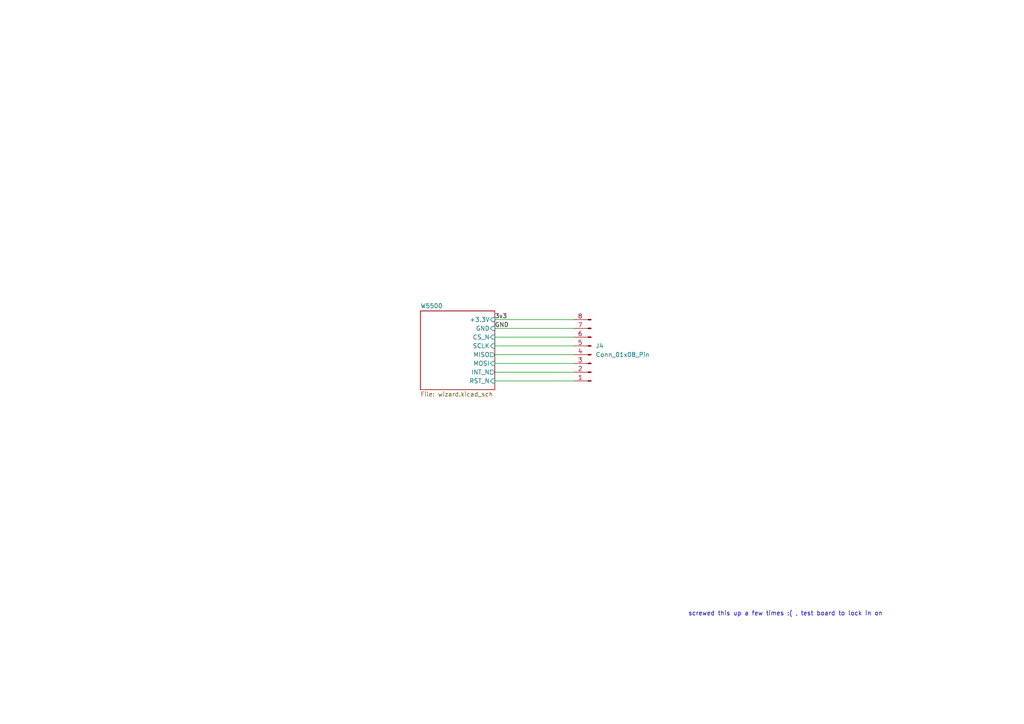
<source format=kicad_sch>
(kicad_sch (version 20250114) (generator "eeschema") (generator_version "9.0")
  (paper "A4")
  (lib_symbols
    (symbol "Connector:Conn_01x08_Pin" (pin_names (offset 1.016) (hide yes))
      (property "Reference" "J" (at 0 10.16 0))
      (property "Value" "Conn_01x08_Pin" (at 0 -12.7 0))
      (symbol "Conn_01x08_Pin_1_1"
        (rectangle (start 0.8636 7.747) (end 0 7.493) (stroke (width 0.1524)) (fill (type outline)))
        (rectangle (start 0.8636 5.207) (end 0 4.953) (stroke (width 0.1524)) (fill (type outline)))
        (rectangle (start 0.8636 2.667) (end 0 2.413) (stroke (width 0.1524)) (fill (type outline)))
        (rectangle (start 0.8636 0.127) (end 0 -0.127) (stroke (width 0.1524)) (fill (type outline)))
        (rectangle (start 0.8636 -2.413) (end 0 -2.667) (stroke (width 0.1524)) (fill (type outline)))
        (rectangle (start 0.8636 -4.953) (end 0 -5.207) (stroke (width 0.1524)) (fill (type outline)))
        (rectangle (start 0.8636 -7.493) (end 0 -7.747) (stroke (width 0.1524)) (fill (type outline)))
        (rectangle (start 0.8636 -10.033) (end 0 -10.287) (stroke (width 0.1524)) (fill (type outline)))
        (polyline (pts (xy 1.27 7.62) (xy 0.8636 7.62)) (stroke (width 0.1524)))
        (polyline (pts (xy 1.27 5.08) (xy 0.8636 5.08)) (stroke (width 0.1524)))
        (polyline (pts (xy 1.27 2.54) (xy 0.8636 2.54)) (stroke (width 0.1524)))
        (polyline (pts (xy 1.27 0) (xy 0.8636 0)) (stroke (width 0.1524)))
        (polyline (pts (xy 1.27 -2.54) (xy 0.8636 -2.54)) (stroke (width 0.1524)))
        (polyline (pts (xy 1.27 -5.08) (xy 0.8636 -5.08)) (stroke (width 0.1524)))
        (polyline (pts (xy 1.27 -7.62) (xy 0.8636 -7.62)) (stroke (width 0.1524)))
        (polyline (pts (xy 1.27 -10.16) (xy 0.8636 -10.16)) (stroke (width 0.1524)))
        (pin passive line (at 5.08 7.62 180) (length 3.81) (name "Pin_1") (number "1"))
        (pin passive line (at 5.08 5.08 180) (length 3.81) (name "Pin_2") (number "2"))
        (pin passive line (at 5.08 2.54 180) (length 3.81) (name "Pin_3") (number "3"))
        (pin passive line (at 5.08 0 180) (length 3.81) (name "Pin_4") (number "4"))
        (pin passive line (at 5.08 -2.54 180) (length 3.81) (name "Pin_5") (number "5"))
        (pin passive line (at 5.08 -5.08 180) (length 3.81) (name "Pin_6") (number "6"))
        (pin passive line (at 5.08 -7.62 180) (length 3.81) (name "Pin_7") (number "7"))
        (pin passive line (at 5.08 -10.16 180) (length 3.81) (name "Pin_8") (number "8"))
      )
    )
  )
  (text "screwed this up a few times :( , test board to lock in on" (at 227.838 178.054 0) (effects (font (size 1.27 1.27))))
  (wire (pts (xy 143.51 100.33) (xy 166.37 100.33)))
  (wire (pts (xy 143.51 102.87) (xy 166.37 102.87)))
  (wire (pts (xy 143.51 110.49) (xy 166.37 110.49)))
  (wire (pts (xy 143.51 97.79) (xy 166.37 97.79)))
  (wire (pts (xy 143.51 92.71) (xy 166.37 92.71)))
  (wire (pts (xy 143.51 95.25) (xy 166.37 95.25)))
  (wire (pts (xy 143.51 105.41) (xy 166.37 105.41)))
  (wire (pts (xy 143.51 107.95) (xy 166.37 107.95)))
  (label "GND" (at 143.51 95.25 0))
  (label "3v3" (at 143.51 92.71 0))
  (symbol (lib_id "Connector:Conn_01x08_Pin") (at 171.45 102.87 180) (unit 1)
    (property "Reference" "J4" (at 172.72 100.3299 0) (effects (justify right)))
    (property "Value" "Conn_01x08_Pin" (at 172.72 102.8699 0) (effects (justify right)))
    (property "Footprint" "Connector_PinHeader_2.54mm:PinHeader_1x08_P2.54mm_Vertical" (effects (hide yes)))
    (property "Description" "Generic connector, single row, 01x08, script generated" (effects (hide yes)))
  )
  (sheet (at 121.92 90.17) (size 21.59 22.86) (stroke (width 0.1524))
    (property "Sheetname" "W5500" (at 121.92 89.4584 0) (effects (justify left bottom)))
    (property "Sheetfile" "wizard.kicad_sch" (at 121.92 113.6146 0) (effects (justify left top)))
    (pin "+3.3V" input (at 143.51 92.71 0))
    (pin "CS_N" input (at 143.51 97.79 0))
    (pin "GND" input (at 143.51 95.25 0))
    (pin "INT_N" output (at 143.51 107.95 0))
    (pin "MISO" output (at 143.51 102.87 0))
    (pin "MOSI" input (at 143.51 105.41 0))
    (pin "RST_N" input (at 143.51 110.49 0))
    (pin "SCLK" input (at 143.51 100.33 0))
  )
  (sheet (at 303.53 204.47) (size 24.13 16.51) (exclude_from_sim yes) (in_bom no) (on_board no) (dnp yes) (stroke (width 0.1524))
    (property "Sheetname" "common designs" (at 303.53 203.7584 0) (effects (justify left bottom)))
    (property "Sheetfile" "../common designs.kicad_sch" (at 303.53 221.5646 0) (effects (justify left top)))
  )
)
</source>
